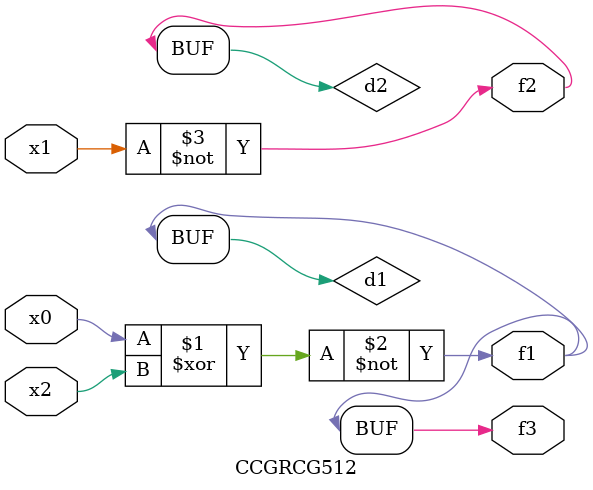
<source format=v>
module CCGRCG512(
	input x0, x1, x2,
	output f1, f2, f3
);

	wire d1, d2, d3;

	xnor (d1, x0, x2);
	nand (d2, x1);
	nor (d3, x1, x2);
	assign f1 = d1;
	assign f2 = d2;
	assign f3 = d1;
endmodule

</source>
